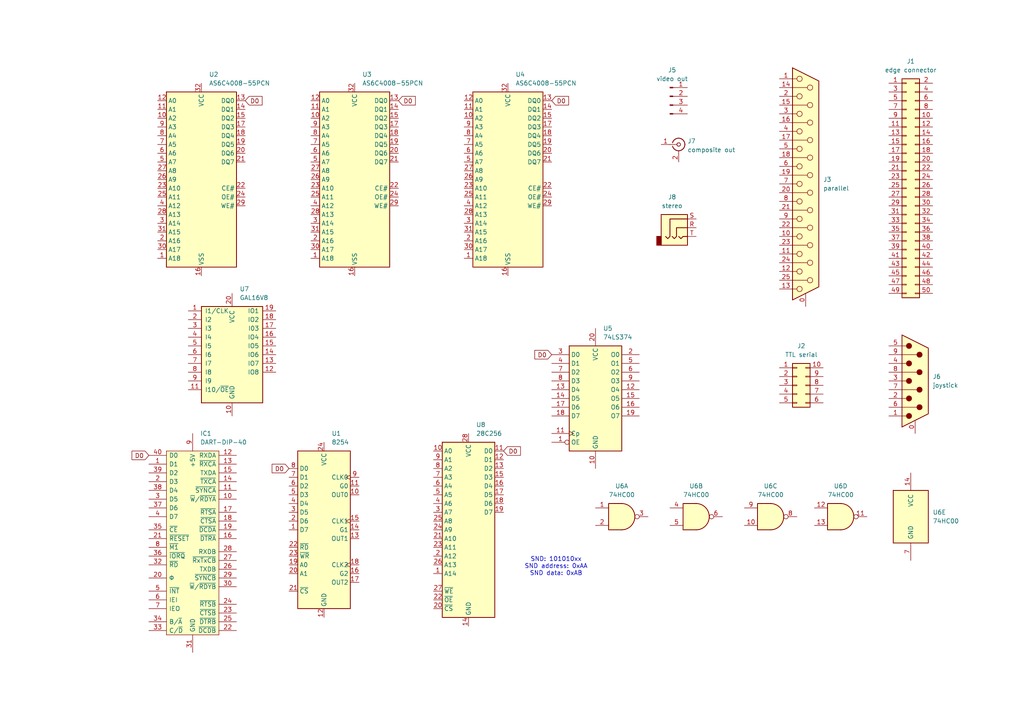
<source format=kicad_sch>
(kicad_sch (version 20231120) (generator "eeschema") (generator_version "8.0")
  (paper "A4")
  (lib_symbols
    (symbol "74xx:74HC00" (pin_names (offset 1.016))
      (property "Reference" "U" (at 0 1.27 0))
      (property "Value" "74HC00" (at 0 -1.27 0))
      (symbol "74HC00_1_1"
        (arc (start 0 -3.81) (mid 3.7934 0) (end 0 3.81) (stroke (width 0.254)) (fill (type background)))
        (polyline (pts (xy 0 3.81) (xy -3.81 3.81) (xy -3.81 -3.81) (xy 0 -3.81)) (stroke (width 0.254)) (fill (type background)))
        (pin input line (at -7.62 2.54 0) (length 3.81) (name "~") (number "1"))
        (pin input line (at -7.62 -2.54 0) (length 3.81) (name "~") (number "2"))
        (pin output inverted (at 7.62 0 180) (length 3.81) (name "~") (number "3"))
      )
      (symbol "74HC00_1_2"
        (arc (start -3.81 -3.81) (mid -2.589 0) (end -3.81 3.81) (stroke (width 0.254)))
        (arc (start -0.6096 -3.81) (mid 2.1842 -2.5851) (end 3.81 0) (stroke (width 0.254)) (fill (type background)))
        (polyline (pts (xy -3.81 -3.81) (xy -0.635 -3.81)) (stroke (width 0.254)) (fill (type background)))
        (polyline (pts (xy -3.81 3.81) (xy -0.635 3.81)) (stroke (width 0.254)) (fill (type background)))
        (polyline (pts (xy -0.635 3.81) (xy -3.81 3.81) (xy -3.81 3.81) (xy -3.556 3.4036) (xy -3.0226 2.2606) (xy -2.6924 1.0414) (xy -2.6162 -0.254) (xy -2.7686 -1.4986) (xy -3.175 -2.7178) (xy -3.81 -3.81) (xy -3.81 -3.81) (xy -0.635 -3.81)) (stroke (width -25.4)) (fill (type background)))
        (arc (start 3.81 0) (mid 2.1915 2.5936) (end -0.6096 3.81) (stroke (width 0.254)) (fill (type background)))
        (pin input inverted (at -7.62 2.54 0) (length 4.318) (name "~") (number "1"))
        (pin input inverted (at -7.62 -2.54 0) (length 4.318) (name "~") (number "2"))
        (pin output line (at 7.62 0 180) (length 3.81) (name "~") (number "3"))
      )
      (symbol "74HC00_2_1"
        (arc (start 0 -3.81) (mid 3.7934 0) (end 0 3.81) (stroke (width 0.254)) (fill (type background)))
        (polyline (pts (xy 0 3.81) (xy -3.81 3.81) (xy -3.81 -3.81) (xy 0 -3.81)) (stroke (width 0.254)) (fill (type background)))
        (pin input line (at -7.62 2.54 0) (length 3.81) (name "~") (number "4"))
        (pin input line (at -7.62 -2.54 0) (length 3.81) (name "~") (number "5"))
        (pin output inverted (at 7.62 0 180) (length 3.81) (name "~") (number "6"))
      )
      (symbol "74HC00_2_2"
        (arc (start -3.81 -3.81) (mid -2.589 0) (end -3.81 3.81) (stroke (width 0.254)))
        (arc (start -0.6096 -3.81) (mid 2.1842 -2.5851) (end 3.81 0) (stroke (width 0.254)) (fill (type background)))
        (polyline (pts (xy -3.81 -3.81) (xy -0.635 -3.81)) (stroke (width 0.254)) (fill (type background)))
        (polyline (pts (xy -3.81 3.81) (xy -0.635 3.81)) (stroke (width 0.254)) (fill (type background)))
        (polyline (pts (xy -0.635 3.81) (xy -3.81 3.81) (xy -3.81 3.81) (xy -3.556 3.4036) (xy -3.0226 2.2606) (xy -2.6924 1.0414) (xy -2.6162 -0.254) (xy -2.7686 -1.4986) (xy -3.175 -2.7178) (xy -3.81 -3.81) (xy -3.81 -3.81) (xy -0.635 -3.81)) (stroke (width -25.4)) (fill (type background)))
        (arc (start 3.81 0) (mid 2.1915 2.5936) (end -0.6096 3.81) (stroke (width 0.254)) (fill (type background)))
        (pin input inverted (at -7.62 2.54 0) (length 4.318) (name "~") (number "4"))
        (pin input inverted (at -7.62 -2.54 0) (length 4.318) (name "~") (number "5"))
        (pin output line (at 7.62 0 180) (length 3.81) (name "~") (number "6"))
      )
      (symbol "74HC00_3_1"
        (arc (start 0 -3.81) (mid 3.7934 0) (end 0 3.81) (stroke (width 0.254)) (fill (type background)))
        (polyline (pts (xy 0 3.81) (xy -3.81 3.81) (xy -3.81 -3.81) (xy 0 -3.81)) (stroke (width 0.254)) (fill (type background)))
        (pin input line (at -7.62 -2.54 0) (length 3.81) (name "~") (number "10"))
        (pin output inverted (at 7.62 0 180) (length 3.81) (name "~") (number "8"))
        (pin input line (at -7.62 2.54 0) (length 3.81) (name "~") (number "9"))
      )
      (symbol "74HC00_3_2"
        (arc (start -3.81 -3.81) (mid -2.589 0) (end -3.81 3.81) (stroke (width 0.254)))
        (arc (start -0.6096 -3.81) (mid 2.1842 -2.5851) (end 3.81 0) (stroke (width 0.254)) (fill (type background)))
        (polyline (pts (xy -3.81 -3.81) (xy -0.635 -3.81)) (stroke (width 0.254)) (fill (type background)))
        (polyline (pts (xy -3.81 3.81) (xy -0.635 3.81)) (stroke (width 0.254)) (fill (type background)))
        (polyline (pts (xy -0.635 3.81) (xy -3.81 3.81) (xy -3.81 3.81) (xy -3.556 3.4036) (xy -3.0226 2.2606) (xy -2.6924 1.0414) (xy -2.6162 -0.254) (xy -2.7686 -1.4986) (xy -3.175 -2.7178) (xy -3.81 -3.81) (xy -3.81 -3.81) (xy -0.635 -3.81)) (stroke (width -25.4)) (fill (type background)))
        (arc (start 3.81 0) (mid 2.1915 2.5936) (end -0.6096 3.81) (stroke (width 0.254)) (fill (type background)))
        (pin input inverted (at -7.62 -2.54 0) (length 4.318) (name "~") (number "10"))
        (pin output line (at 7.62 0 180) (length 3.81) (name "~") (number "8"))
        (pin input inverted (at -7.62 2.54 0) (length 4.318) (name "~") (number "9"))
      )
      (symbol "74HC00_4_1"
        (arc (start 0 -3.81) (mid 3.7934 0) (end 0 3.81) (stroke (width 0.254)) (fill (type background)))
        (polyline (pts (xy 0 3.81) (xy -3.81 3.81) (xy -3.81 -3.81) (xy 0 -3.81)) (stroke (width 0.254)) (fill (type background)))
        (pin output inverted (at 7.62 0 180) (length 3.81) (name "~") (number "11"))
        (pin input line (at -7.62 2.54 0) (length 3.81) (name "~") (number "12"))
        (pin input line (at -7.62 -2.54 0) (length 3.81) (name "~") (number "13"))
      )
      (symbol "74HC00_4_2"
        (arc (start -3.81 -3.81) (mid -2.589 0) (end -3.81 3.81) (stroke (width 0.254)))
        (arc (start -0.6096 -3.81) (mid 2.1842 -2.5851) (end 3.81 0) (stroke (width 0.254)) (fill (type background)))
        (polyline (pts (xy -3.81 -3.81) (xy -0.635 -3.81)) (stroke (width 0.254)) (fill (type background)))
        (polyline (pts (xy -3.81 3.81) (xy -0.635 3.81)) (stroke (width 0.254)) (fill (type background)))
        (polyline (pts (xy -0.635 3.81) (xy -3.81 3.81) (xy -3.81 3.81) (xy -3.556 3.4036) (xy -3.0226 2.2606) (xy -2.6924 1.0414) (xy -2.6162 -0.254) (xy -2.7686 -1.4986) (xy -3.175 -2.7178) (xy -3.81 -3.81) (xy -3.81 -3.81) (xy -0.635 -3.81)) (stroke (width -25.4)) (fill (type background)))
        (arc (start 3.81 0) (mid 2.1915 2.5936) (end -0.6096 3.81) (stroke (width 0.254)) (fill (type background)))
        (pin output line (at 7.62 0 180) (length 3.81) (name "~") (number "11"))
        (pin input inverted (at -7.62 2.54 0) (length 4.318) (name "~") (number "12"))
        (pin input inverted (at -7.62 -2.54 0) (length 4.318) (name "~") (number "13"))
      )
      (symbol "74HC00_5_0"
        (pin power_in line (at 0 12.7 270) (length 5.08) (name "VCC") (number "14"))
        (pin power_in line (at 0 -12.7 90) (length 5.08) (name "GND") (number "7"))
      )
      (symbol "74HC00_5_1"
        (rectangle (start -5.08 7.62) (end 5.08 -7.62) (stroke (width 0.254)) (fill (type background)))
      )
    )
    (symbol "74xx:74LS374"
      (property "Reference" "U" (at -7.62 16.51 0))
      (property "Value" "74LS374" (at -7.62 -16.51 0))
      (symbol "74LS374_1_0"
        (pin input inverted (at -12.7 -12.7 0) (length 5.08) (name "OE") (number "1"))
        (pin power_in line (at 0 -20.32 90) (length 5.08) (name "GND") (number "10"))
        (pin input clock (at -12.7 -10.16 0) (length 5.08) (name "Cp") (number "11"))
        (pin tri_state line (at 12.7 2.54 180) (length 5.08) (name "O4") (number "12"))
        (pin input line (at -12.7 2.54 0) (length 5.08) (name "D4") (number "13"))
        (pin input line (at -12.7 0 0) (length 5.08) (name "D5") (number "14"))
        (pin tri_state line (at 12.7 0 180) (length 5.08) (name "O5") (number "15"))
        (pin tri_state line (at 12.7 -2.54 180) (length 5.08) (name "O6") (number "16"))
        (pin input line (at -12.7 -2.54 0) (length 5.08) (name "D6") (number "17"))
        (pin input line (at -12.7 -5.08 0) (length 5.08) (name "D7") (number "18"))
        (pin tri_state line (at 12.7 -5.08 180) (length 5.08) (name "O7") (number "19"))
        (pin tri_state line (at 12.7 12.7 180) (length 5.08) (name "O0") (number "2"))
        (pin power_in line (at 0 20.32 270) (length 5.08) (name "VCC") (number "20"))
        (pin input line (at -12.7 12.7 0) (length 5.08) (name "D0") (number "3"))
        (pin input line (at -12.7 10.16 0) (length 5.08) (name "D1") (number "4"))
        (pin tri_state line (at 12.7 10.16 180) (length 5.08) (name "O1") (number "5"))
        (pin tri_state line (at 12.7 7.62 180) (length 5.08) (name "O2") (number "6"))
        (pin input line (at -12.7 7.62 0) (length 5.08) (name "D2") (number "7"))
        (pin input line (at -12.7 5.08 0) (length 5.08) (name "D3") (number "8"))
        (pin tri_state line (at 12.7 5.08 180) (length 5.08) (name "O3") (number "9"))
      )
      (symbol "74LS374_1_1"
        (rectangle (start -7.62 15.24) (end 7.62 -15.24) (stroke (width 0.254)) (fill (type background)))
      )
    )
    (symbol "Connector:Conn_01x04_Pin" (pin_names (offset 1.016) hide)
      (property "Reference" "J" (at 0 5.08 0))
      (property "Value" "Conn_01x04_Pin" (at 0 -7.62 0))
      (symbol "Conn_01x04_Pin_1_1"
        (polyline (pts (xy 1.27 -5.08) (xy 0.8636 -5.08)) (stroke (width 0.1524)))
        (polyline (pts (xy 1.27 -2.54) (xy 0.8636 -2.54)) (stroke (width 0.1524)))
        (polyline (pts (xy 1.27 0) (xy 0.8636 0)) (stroke (width 0.1524)))
        (polyline (pts (xy 1.27 2.54) (xy 0.8636 2.54)) (stroke (width 0.1524)))
        (rectangle (start 0.8636 -4.953) (end 0 -5.207) (stroke (width 0.1524)) (fill (type outline)))
        (rectangle (start 0.8636 -2.413) (end 0 -2.667) (stroke (width 0.1524)) (fill (type outline)))
        (rectangle (start 0.8636 0.127) (end 0 -0.127) (stroke (width 0.1524)) (fill (type outline)))
        (rectangle (start 0.8636 2.667) (end 0 2.413) (stroke (width 0.1524)) (fill (type outline)))
        (pin passive line (at 5.08 2.54 180) (length 3.81) (name "Pin_1") (number "1"))
        (pin passive line (at 5.08 0 180) (length 3.81) (name "Pin_2") (number "2"))
        (pin passive line (at 5.08 -2.54 180) (length 3.81) (name "Pin_3") (number "3"))
        (pin passive line (at 5.08 -5.08 180) (length 3.81) (name "Pin_4") (number "4"))
      )
    )
    (symbol "Connector:Conn_Coaxial" (pin_names (offset 1.016) hide)
      (property "Reference" "J" (at 0.254 3.048 0))
      (property "Value" "Conn_Coaxial" (at 2.921 0 90))
      (symbol "Conn_Coaxial_0_1"
        (arc (start -1.778 -0.508) (mid 0.2311 -1.8066) (end 1.778 0) (stroke (width 0.254)))
        (polyline (pts (xy -2.54 0) (xy -0.508 0)))
        (polyline (pts (xy 0 -2.54) (xy 0 -1.778)))
        (circle (center 0 0) (radius 0.508) (stroke (width 0.2032)))
        (arc (start 1.778 0) (mid 0.2099 1.8101) (end -1.778 0.508) (stroke (width 0.254)))
      )
      (symbol "Conn_Coaxial_1_1"
        (pin passive line (at -5.08 0 0) (length 2.54) (name "In") (number "1"))
        (pin passive line (at 0 -5.08 90) (length 2.54) (name "Ext") (number "2"))
      )
    )
    (symbol "Connector:DB25_Receptacle_MountingHoles" (pin_names (offset 1.016) hide)
      (property "Reference" "J" (at 0 36.83 0))
      (property "Value" "DB25_Receptacle_MountingHoles" (at 0 34.925 0))
      (symbol "DB25_Receptacle_MountingHoles_0_1"
        (circle (center -1.778 -30.48) (radius 0.762))
        (circle (center -1.778 -25.4) (radius 0.762))
        (circle (center -1.778 -20.32) (radius 0.762))
        (circle (center -1.778 -15.24) (radius 0.762))
        (circle (center -1.778 -10.16) (radius 0.762))
        (circle (center -1.778 -5.08) (radius 0.762))
        (circle (center -1.778 0) (radius 0.762))
        (circle (center -1.778 5.08) (radius 0.762))
        (circle (center -1.778 10.16) (radius 0.762))
        (circle (center -1.778 15.24) (radius 0.762))
        (circle (center -1.778 20.32) (radius 0.762))
        (circle (center -1.778 25.4) (radius 0.762))
        (circle (center -1.778 30.48) (radius 0.762))
        (polyline (pts (xy -3.81 -30.48) (xy -2.54 -30.48)))
        (polyline (pts (xy -3.81 -27.94) (xy 0.508 -27.94)))
        (polyline (pts (xy -3.81 -25.4) (xy -2.54 -25.4)))
        (polyline (pts (xy -3.81 -22.86) (xy 0.508 -22.86)))
        (polyline (pts (xy -3.81 -20.32) (xy -2.54 -20.32)))
        (polyline (pts (xy -3.81 -17.78) (xy 0.508 -17.78)))
        (polyline (pts (xy -3.81 -15.24) (xy -2.54 -15.24)))
        (polyline (pts (xy -3.81 -12.7) (xy 0.508 -12.7)))
        (polyline (pts (xy -3.81 -10.16) (xy -2.54 -10.16)))
        (polyline (pts (xy -3.81 -7.62) (xy 0.508 -7.62)))
        (polyline (pts (xy -3.81 -5.08) (xy -2.54 -5.08)))
        (polyline (pts (xy -3.81 -2.54) (xy 0.508 -2.54)))
        (polyline (pts (xy -3.81 0) (xy -2.54 0)))
        (polyline (pts (xy -3.81 2.54) (xy 0.508 2.54)))
        (polyline (pts (xy -3.81 5.08) (xy -2.54 5.08)))
        (polyline (pts (xy -3.81 7.62) (xy 0.508 7.62)))
        (polyline (pts (xy -3.81 10.16) (xy -2.54 10.16)))
        (polyline (pts (xy -3.81 12.7) (xy 0.508 12.7)))
        (polyline (pts (xy -3.81 15.24) (xy -2.54 15.24)))
        (polyline (pts (xy -3.81 17.78) (xy 0.508 17.78)))
        (polyline (pts (xy -3.81 20.32) (xy -2.54 20.32)))
        (polyline (pts (xy -3.81 22.86) (xy 0.508 22.86)))
        (polyline (pts (xy -3.81 25.4) (xy -2.54 25.4)))
        (polyline (pts (xy -3.81 27.94) (xy 0.508 27.94)))
        (polyline (pts (xy -3.81 30.48) (xy -2.54 30.48)))
        (polyline (pts (xy -3.81 33.655) (xy 3.81 29.845) (xy 3.81 -29.845) (xy -3.81 -33.655) (xy -3.81 33.655)) (stroke (width 0.254)) (fill (type background)))
        (circle (center 1.27 -27.94) (radius 0.762))
        (circle (center 1.27 -22.86) (radius 0.762))
        (circle (center 1.27 -17.78) (radius 0.762))
        (circle (center 1.27 -12.7) (radius 0.762))
        (circle (center 1.27 -7.62) (radius 0.762))
        (circle (center 1.27 -2.54) (radius 0.762))
        (circle (center 1.27 2.54) (radius 0.762))
        (circle (center 1.27 7.62) (radius 0.762))
        (circle (center 1.27 12.7) (radius 0.762))
        (circle (center 1.27 17.78) (radius 0.762))
        (circle (center 1.27 22.86) (radius 0.762))
        (circle (center 1.27 27.94) (radius 0.762))
      )
      (symbol "DB25_Receptacle_MountingHoles_1_1"
        (pin passive line (at 0 -35.56 90) (length 3.81) (name "PAD") (number "0"))
        (pin passive line (at -7.62 30.48 0) (length 3.81) (name "1") (number "1"))
        (pin passive line (at -7.62 -15.24 0) (length 3.81) (name "10") (number "10"))
        (pin passive line (at -7.62 -20.32 0) (length 3.81) (name "11") (number "11"))
        (pin passive line (at -7.62 -25.4 0) (length 3.81) (name "12") (number "12"))
        (pin passive line (at -7.62 -30.48 0) (length 3.81) (name "13") (number "13"))
        (pin passive line (at -7.62 27.94 0) (length 3.81) (name "P14") (number "14"))
        (pin passive line (at -7.62 22.86 0) (length 3.81) (name "P15") (number "15"))
        (pin passive line (at -7.62 17.78 0) (length 3.81) (name "P16") (number "16"))
        (pin passive line (at -7.62 12.7 0) (length 3.81) (name "P17") (number "17"))
        (pin passive line (at -7.62 7.62 0) (length 3.81) (name "P18") (number "18"))
        (pin passive line (at -7.62 2.54 0) (length 3.81) (name "P19") (number "19"))
        (pin passive line (at -7.62 25.4 0) (length 3.81) (name "2") (number "2"))
        (pin passive line (at -7.62 -2.54 0) (length 3.81) (name "P20") (number "20"))
        (pin passive line (at -7.62 -7.62 0) (length 3.81) (name "P21") (number "21"))
        (pin passive line (at -7.62 -12.7 0) (length 3.81) (name "P22") (number "22"))
        (pin passive line (at -7.62 -17.78 0) (length 3.81) (name "P23") (number "23"))
        (pin passive line (at -7.62 -22.86 0) (length 3.81) (name "P24") (number "24"))
        (pin passive line (at -7.62 -27.94 0) (length 3.81) (name "P25") (number "25"))
        (pin passive line (at -7.62 20.32 0) (length 3.81) (name "3") (number "3"))
        (pin passive line (at -7.62 15.24 0) (length 3.81) (name "4") (number "4"))
        (pin passive line (at -7.62 10.16 0) (length 3.81) (name "5") (number "5"))
        (pin passive line (at -7.62 5.08 0) (length 3.81) (name "6") (number "6"))
        (pin passive line (at -7.62 0 0) (length 3.81) (name "7") (number "7"))
        (pin passive line (at -7.62 -5.08 0) (length 3.81) (name "8") (number "8"))
        (pin passive line (at -7.62 -10.16 0) (length 3.81) (name "9") (number "9"))
      )
    )
    (symbol "Connector:DE9_Plug_MountingHoles" (pin_names (offset 1.016) hide)
      (property "Reference" "J" (at 0 16.51 0))
      (property "Value" "DE9_Plug_MountingHoles" (at 0 14.605 0))
      (symbol "DE9_Plug_MountingHoles_0_1"
        (circle (center -1.778 -10.16) (radius 0.762) (fill (type outline)))
        (circle (center -1.778 -5.08) (radius 0.762) (fill (type outline)))
        (circle (center -1.778 0) (radius 0.762) (fill (type outline)))
        (circle (center -1.778 5.08) (radius 0.762) (fill (type outline)))
        (circle (center -1.778 10.16) (radius 0.762) (fill (type outline)))
        (polyline (pts (xy -3.81 -10.16) (xy -2.54 -10.16)))
        (polyline (pts (xy -3.81 -7.62) (xy 0.508 -7.62)))
        (polyline (pts (xy -3.81 -5.08) (xy -2.54 -5.08)))
        (polyline (pts (xy -3.81 -2.54) (xy 0.508 -2.54)))
        (polyline (pts (xy -3.81 0) (xy -2.54 0)))
        (polyline (pts (xy -3.81 2.54) (xy 0.508 2.54)))
        (polyline (pts (xy -3.81 5.08) (xy -2.54 5.08)))
        (polyline (pts (xy -3.81 7.62) (xy 0.508 7.62)))
        (polyline (pts (xy -3.81 10.16) (xy -2.54 10.16)))
        (polyline (pts (xy -3.81 -13.335) (xy -3.81 13.335) (xy 3.81 9.525) (xy 3.81 -9.525) (xy -3.81 -13.335)) (stroke (width 0.254)) (fill (type background)))
        (circle (center 1.27 -7.62) (radius 0.762) (fill (type outline)))
        (circle (center 1.27 -2.54) (radius 0.762) (fill (type outline)))
        (circle (center 1.27 2.54) (radius 0.762) (fill (type outline)))
        (circle (center 1.27 7.62) (radius 0.762) (fill (type outline)))
      )
      (symbol "DE9_Plug_MountingHoles_1_1"
        (pin passive line (at 0 -15.24 90) (length 3.81) (name "PAD") (number "0"))
        (pin passive line (at -7.62 -10.16 0) (length 3.81) (name "1") (number "1"))
        (pin passive line (at -7.62 -5.08 0) (length 3.81) (name "2") (number "2"))
        (pin passive line (at -7.62 0 0) (length 3.81) (name "3") (number "3"))
        (pin passive line (at -7.62 5.08 0) (length 3.81) (name "4") (number "4"))
        (pin passive line (at -7.62 10.16 0) (length 3.81) (name "5") (number "5"))
        (pin passive line (at -7.62 -7.62 0) (length 3.81) (name "6") (number "6"))
        (pin passive line (at -7.62 -2.54 0) (length 3.81) (name "7") (number "7"))
        (pin passive line (at -7.62 2.54 0) (length 3.81) (name "8") (number "8"))
        (pin passive line (at -7.62 7.62 0) (length 3.81) (name "9") (number "9"))
      )
    )
    (symbol "Connector_Audio:AudioJack3"
      (property "Reference" "J" (at 0 8.89 0))
      (property "Value" "AudioJack3" (at 0 6.35 0))
      (symbol "AudioJack3_0_1"
        (rectangle (start -5.08 -5.08) (end -6.35 -2.54) (stroke (width 0.254)) (fill (type outline)))
        (polyline (pts (xy 0 -2.54) (xy 0.635 -3.175) (xy 1.27 -2.54) (xy 2.54 -2.54)) (stroke (width 0.254)))
        (polyline (pts (xy -1.905 -2.54) (xy -1.27 -3.175) (xy -0.635 -2.54) (xy -0.635 0) (xy 2.54 0)) (stroke (width 0.254)))
        (polyline (pts (xy 2.54 2.54) (xy -2.54 2.54) (xy -2.54 -2.54) (xy -3.175 -3.175) (xy -3.81 -2.54)) (stroke (width 0.254)))
        (rectangle (start 2.54 3.81) (end -5.08 -5.08) (stroke (width 0.254)) (fill (type background)))
      )
      (symbol "AudioJack3_1_1"
        (pin passive line (at 5.08 0 180) (length 2.54) (name "~") (number "R"))
        (pin passive line (at 5.08 2.54 180) (length 2.54) (name "~") (number "S"))
        (pin passive line (at 5.08 -2.54 180) (length 2.54) (name "~") (number "T"))
      )
    )
    (symbol "Connector_Generic:Conn_02x05_Counter_Clockwise" (pin_names (offset 1.016) hide)
      (property "Reference" "J" (at 1.27 7.62 0))
      (property "Value" "Conn_02x05_Counter_Clockwise" (at 1.27 -7.62 0))
      (symbol "Conn_02x05_Counter_Clockwise_1_1"
        (rectangle (start -1.27 -4.953) (end 0 -5.207) (stroke (width 0.1524)))
        (rectangle (start -1.27 -2.413) (end 0 -2.667) (stroke (width 0.1524)))
        (rectangle (start -1.27 0.127) (end 0 -0.127) (stroke (width 0.1524)))
        (rectangle (start -1.27 2.667) (end 0 2.413) (stroke (width 0.1524)))
        (rectangle (start -1.27 5.207) (end 0 4.953) (stroke (width 0.1524)))
        (rectangle (start -1.27 6.35) (end 3.81 -6.35) (stroke (width 0.254)) (fill (type background)))
        (rectangle (start 3.81 -4.953) (end 2.54 -5.207) (stroke (width 0.1524)))
        (rectangle (start 3.81 -2.413) (end 2.54 -2.667) (stroke (width 0.1524)))
        (rectangle (start 3.81 0.127) (end 2.54 -0.127) (stroke (width 0.1524)))
        (rectangle (start 3.81 2.667) (end 2.54 2.413) (stroke (width 0.1524)))
        (rectangle (start 3.81 5.207) (end 2.54 4.953) (stroke (width 0.1524)))
        (pin passive line (at -5.08 5.08 0) (length 3.81) (name "Pin_1") (number "1"))
        (pin passive line (at 7.62 5.08 180) (length 3.81) (name "Pin_10") (number "10"))
        (pin passive line (at -5.08 2.54 0) (length 3.81) (name "Pin_2") (number "2"))
        (pin passive line (at -5.08 0 0) (length 3.81) (name "Pin_3") (number "3"))
        (pin passive line (at -5.08 -2.54 0) (length 3.81) (name "Pin_4") (number "4"))
        (pin passive line (at -5.08 -5.08 0) (length 3.81) (name "Pin_5") (number "5"))
        (pin passive line (at 7.62 -5.08 180) (length 3.81) (name "Pin_6") (number "6"))
        (pin passive line (at 7.62 -2.54 180) (length 3.81) (name "Pin_7") (number "7"))
        (pin passive line (at 7.62 0 180) (length 3.81) (name "Pin_8") (number "8"))
        (pin passive line (at 7.62 2.54 180) (length 3.81) (name "Pin_9") (number "9"))
      )
    )
    (symbol "Connector_Generic:Conn_02x25_Odd_Even" (pin_names (offset 1.016) hide)
      (property "Reference" "J" (at 1.27 33.02 0))
      (property "Value" "Conn_02x25_Odd_Even" (at 1.27 -33.02 0))
      (symbol "Conn_02x25_Odd_Even_1_1"
        (rectangle (start -1.27 -30.353) (end 0 -30.607) (stroke (width 0.1524)))
        (rectangle (start -1.27 -27.813) (end 0 -28.067) (stroke (width 0.1524)))
        (rectangle (start -1.27 -25.273) (end 0 -25.527) (stroke (width 0.1524)))
        (rectangle (start -1.27 -22.733) (end 0 -22.987) (stroke (width 0.1524)))
        (rectangle (start -1.27 -20.193) (end 0 -20.447) (stroke (width 0.1524)))
        (rectangle (start -1.27 -17.653) (end 0 -17.907) (stroke (width 0.1524)))
        (rectangle (start -1.27 -15.113) (end 0 -15.367) (stroke (width 0.1524)))
        (rectangle (start -1.27 -12.573) (end 0 -12.827) (stroke (width 0.1524)))
        (rectangle (start -1.27 -10.033) (end 0 -10.287) (stroke (width 0.1524)))
        (rectangle (start -1.27 -7.493) (end 0 -7.747) (stroke (width 0.1524)))
        (rectangle (start -1.27 -4.953) (end 0 -5.207) (stroke (width 0.1524)))
        (rectangle (start -1.27 -2.413) (end 0 -2.667) (stroke (width 0.1524)))
        (rectangle (start -1.27 0.127) (end 0 -0.127) (stroke (width 0.1524)))
        (rectangle (start -1.27 2.667) (end 0 2.413) (stroke (width 0.1524)))
        (rectangle (start -1.27 5.207) (end 0 4.953) (stroke (width 0.1524)))
        (rectangle (start -1.27 7.747) (end 0 7.493) (stroke (width 0.1524)))
        (rectangle (start -1.27 10.287) (end 0 10.033) (stroke (width 0.1524)))
        (rectangle (start -1.27 12.827) (end 0 12.573) (stroke (width 0.1524)))
        (rectangle (start -1.27 15.367) (end 0 15.113) (stroke (width 0.1524)))
        (rectangle (start -1.27 17.907) (end 0 17.653) (stroke (width 0.1524)))
        (rectangle (start -1.27 20.447) (end 0 20.193) (stroke (width 0.1524)))
        (rectangle (start -1.27 22.987) (end 0 22.733) (stroke (width 0.1524)))
        (rectangle (start -1.27 25.527) (end 0 25.273) (stroke (width 0.1524)))
        (rectangle (start -1.27 28.067) (end 0 27.813) (stroke (width 0.1524)))
        (rectangle (start -1.27 30.607) (end 0 30.353) (stroke (width 0.1524)))
        (rectangle (start -1.27 31.75) (end 3.81 -31.75) (stroke (width 0.254)) (fill (type background)))
        (rectangle (start 3.81 -30.353) (end 2.54 -30.607) (stroke (width 0.1524)))
        (rectangle (start 3.81 -27.813) (end 2.54 -28.067) (stroke (width 0.1524)))
        (rectangle (start 3.81 -25.273) (end 2.54 -25.527) (stroke (width 0.1524)))
        (rectangle (start 3.81 -22.733) (end 2.54 -22.987) (stroke (width 0.1524)))
        (rectangle (start 3.81 -20.193) (end 2.54 -20.447) (stroke (width 0.1524)))
        (rectangle (start 3.81 -17.653) (end 2.54 -17.907) (stroke (width 0.1524)))
        (rectangle (start 3.81 -15.113) (end 2.54 -15.367) (stroke (width 0.1524)))
        (rectangle (start 3.81 -12.573) (end 2.54 -12.827) (stroke (width 0.1524)))
        (rectangle (start 3.81 -10.033) (end 2.54 -10.287) (stroke (width 0.1524)))
        (rectangle (start 3.81 -7.493) (end 2.54 -7.747) (stroke (width 0.1524)))
        (rectangle (start 3.81 -4.953) (end 2.54 -5.207) (stroke (width 0.1524)))
        (rectangle (start 3.81 -2.413) (end 2.54 -2.667) (stroke (width 0.1524)))
        (rectangle (start 3.81 0.127) (end 2.54 -0.127) (stroke (width 0.1524)))
        (rectangle (start 3.81 2.667) (end 2.54 2.413) (stroke (width 0.1524)))
        (rectangle (start 3.81 5.207) (end 2.54 4.953) (stroke (width 0.1524)))
        (rectangle (start 3.81 7.747) (end 2.54 7.493) (stroke (width 0.1524)))
        (rectangle (start 3.81 10.287) (end 2.54 10.033) (stroke (width 0.1524)))
        (rectangle (start 3.81 12.827) (end 2.54 12.573) (stroke (width 0.1524)))
        (rectangle (start 3.81 15.367) (end 2.54 15.113) (stroke (width 0.1524)))
        (rectangle (start 3.81 17.907) (end 2.54 17.653) (stroke (width 0.1524)))
        (rectangle (start 3.81 20.447) (end 2.54 20.193) (stroke (width 0.1524)))
        (rectangle (start 3.81 22.987) (end 2.54 22.733) (stroke (width 0.1524)))
        (rectangle (start 3.81 25.527) (end 2.54 25.273) (stroke (width 0.1524)))
        (rectangle (start 3.81 28.067) (end 2.54 27.813) (stroke (width 0.1524)))
        (rectangle (start 3.81 30.607) (end 2.54 30.353) (stroke (width 0.1524)))
        (pin passive line (at -5.08 30.48 0) (length 3.81) (name "Pin_1") (number "1"))
        (pin passive line (at 7.62 20.32 180) (length 3.81) (name "Pin_10") (number "10"))
        (pin passive line (at -5.08 17.78 0) (length 3.81) (name "Pin_11") (number "11"))
        (pin passive line (at 7.62 17.78 180) (length 3.81) (name "Pin_12") (number "12"))
        (pin passive line (at -5.08 15.24 0) (length 3.81) (name "Pin_13") (number "13"))
        (pin passive line (at 7.62 15.24 180) (length 3.81) (name "Pin_14") (number "14"))
        (pin passive line (at -5.08 12.7 0) (length 3.81) (name "Pin_15") (number "15"))
        (pin passive line (at 7.62 12.7 180) (length 3.81) (name "Pin_16") (number "16"))
        (pin passive line (at -5.08 10.16 0) (length 3.81) (name "Pin_17") (number "17"))
        (pin passive line (at 7.62 10.16 180) (length 3.81) (name "Pin_18") (number "18"))
        (pin passive line (at -5.08 7.62 0) (length 3.81) (name "Pin_19") (number "19"))
        (pin passive line (at 7.62 30.48 180) (length 3.81) (name "Pin_2") (number "2"))
        (pin passive line (at 7.62 7.62 180) (length 3.81) (name "Pin_20") (number "20"))
        (pin passive line (at -5.08 5.08 0) (length 3.81) (name "Pin_21") (number "21"))
        (pin passive line (at 7.62 5.08 180) (length 3.81) (name "Pin_22") (number "22"))
        (pin passive line (at -5.08 2.54 0) (length 3.81) (name "Pin_23") (number "23"))
        (pin passive line (at 7.62 2.54 180) (length 3.81) (name "Pin_24") (number "24"))
        (pin passive line (at -5.08 0 0) (length 3.81) (name "Pin_25") (number "25"))
        (pin passive line (at 7.62 0 180) (length 3.81) (name "Pin_26") (number "26"))
        (pin passive line (at -5.08 -2.54 0) (length 3.81) (name "Pin_27") (number "27"))
        (pin passive line (at 7.62 -2.54 180) (length 3.81) (name "Pin_28") (number "28"))
        (pin passive line (at -5.08 -5.08 0) (length 3.81) (name "Pin_29") (number "29"))
        (pin passive line (at -5.08 27.94 0) (length 3.81) (name "Pin_3") (number "3"))
        (pin passive line (at 7.62 -5.08 180) (length 3.81) (name "Pin_30") (number "30"))
        (pin passive line (at -5.08 -7.62 0) (length 3.81) (name "Pin_31") (number "31"))
        (pin passive line (at 7.62 -7.62 180) (length 3.81) (name "Pin_32") (number "32"))
        (pin passive line (at -5.08 -10.16 0) (length 3.81) (name "Pin_33") (number "33"))
        (pin passive line (at 7.62 -10.16 180) (length 3.81) (name "Pin_34") (number "34"))
        (pin passive line (at -5.08 -12.7 0) (length 3.81) (name "Pin_35") (number "35"))
        (pin passive line (at 7.62 -12.7 180) (length 3.81) (name "Pin_36") (number "36"))
        (pin passive line (at -5.08 -15.24 0) (length 3.81) (name "Pin_37") (number "37"))
        (pin passive line (at 7.62 -15.24 180) (length 3.81) (name "Pin_38") (number "38"))
        (pin passive line (at -5.08 -17.78 0) (length 3.81) (name "Pin_39") (number "39"))
        (pin passive line (at 7.62 27.94 180) (length 3.81) (name "Pin_4") (number "4"))
        (pin passive line (at 7.62 -17.78 180) (length 3.81) (name "Pin_40") (number "40"))
        (pin passive line (at -5.08 -20.32 0) (length 3.81) (name "Pin_41") (number "41"))
        (pin passive line (at 7.62 -20.32 180) (length 3.81) (name "Pin_42") (number "42"))
        (pin passive line (at -5.08 -22.86 0) (length 3.81) (name "Pin_43") (number "43"))
        (pin passive line (at 7.62 -22.86 180) (length 3.81) (name "Pin_44") (number "44"))
        (pin passive line (at -5.08 -25.4 0) (length 3.81) (name "Pin_45") (number "45"))
        (pin passive line (at 7.62 -25.4 180) (length 3.81) (name "Pin_46") (number "46"))
        (pin passive line (at -5.08 -27.94 0) (length 3.81) (name "Pin_47") (number "47"))
        (pin passive line (at 7.62 -27.94 180) (length 3.81) (name "Pin_48") (number "48"))
        (pin passive line (at -5.08 -30.48 0) (length 3.81) (name "Pin_49") (number "49"))
        (pin passive line (at -5.08 25.4 0) (length 3.81) (name "Pin_5") (number "5"))
        (pin passive line (at 7.62 -30.48 180) (length 3.81) (name "Pin_50") (number "50"))
        (pin passive line (at 7.62 25.4 180) (length 3.81) (name "Pin_6") (number "6"))
        (pin passive line (at -5.08 22.86 0) (length 3.81) (name "Pin_7") (number "7"))
        (pin passive line (at 7.62 22.86 180) (length 3.81) (name "Pin_8") (number "8"))
        (pin passive line (at -5.08 20.32 0) (length 3.81) (name "Pin_9") (number "9"))
      )
    )
    (symbol "Logic_Programmable:GAL16V8" (pin_names (offset 1.016))
      (property "Reference" "U" (at -8.89 16.51 0))
      (property "Value" "GAL16V8" (at 1.27 16.51 0))
      (symbol "GAL16V8_0_0"
        (pin power_in line (at 0 -17.78 90) (length 3.81) (name "GND") (number "10"))
        (pin power_in line (at 0 17.78 270) (length 3.81) (name "VCC") (number "20"))
      )
      (symbol "GAL16V8_0_1"
        (rectangle (start -8.89 13.97) (end 8.89 -13.97) (stroke (width 0.254)) (fill (type background)))
      )
      (symbol "GAL16V8_1_1"
        (pin input line (at -12.7 12.7 0) (length 3.81) (name "I1/CLK") (number "1"))
        (pin input line (at -12.7 -10.16 0) (length 3.81) (name "I10/~{OE}") (number "11"))
        (pin tri_state line (at 12.7 -5.08 180) (length 3.81) (name "IO8") (number "12"))
        (pin tri_state line (at 12.7 -2.54 180) (length 3.81) (name "IO7") (number "13"))
        (pin tri_state line (at 12.7 0 180) (length 3.81) (name "IO6") (number "14"))
        (pin tri_state line (at 12.7 2.54 180) (length 3.81) (name "IO5") (number "15"))
        (pin tri_state line (at 12.7 5.08 180) (length 3.81) (name "IO4") (number "16"))
        (pin tri_state line (at 12.7 7.62 180) (length 3.81) (name "I03") (number "17"))
        (pin tri_state line (at 12.7 10.16 180) (length 3.81) (name "IO2") (number "18"))
        (pin tri_state line (at 12.7 12.7 180) (length 3.81) (name "IO1") (number "19"))
        (pin input line (at -12.7 10.16 0) (length 3.81) (name "I2") (number "2"))
        (pin input line (at -12.7 7.62 0) (length 3.81) (name "I3") (number "3"))
        (pin input line (at -12.7 5.08 0) (length 3.81) (name "I4") (number "4"))
        (pin input line (at -12.7 2.54 0) (length 3.81) (name "I5") (number "5"))
        (pin input line (at -12.7 0 0) (length 3.81) (name "I6") (number "6"))
        (pin input line (at -12.7 -2.54 0) (length 3.81) (name "I7") (number "7"))
        (pin input line (at -12.7 -5.08 0) (length 3.81) (name "I8") (number "8"))
        (pin input line (at -12.7 -7.62 0) (length 3.81) (name "I9") (number "9"))
      )
    )
    (symbol "Memory_EEPROM:28C256"
      (property "Reference" "U" (at -7.62 26.67 0))
      (property "Value" "28C256" (at 2.54 -26.67 0))
      (symbol "28C256_1_1"
        (rectangle (start -7.62 25.4) (end 7.62 -25.4) (stroke (width 0.254)) (fill (type background)))
        (pin input line (at -10.16 -12.7 0) (length 2.54) (name "A14") (number "1"))
        (pin input line (at -10.16 22.86 0) (length 2.54) (name "A0") (number "10"))
        (pin tri_state line (at 10.16 22.86 180) (length 2.54) (name "D0") (number "11"))
        (pin tri_state line (at 10.16 20.32 180) (length 2.54) (name "D1") (number "12"))
        (pin tri_state line (at 10.16 17.78 180) (length 2.54) (name "D2") (number "13"))
        (pin power_in line (at 0 -27.94 90) (length 2.54) (name "GND") (number "14"))
        (pin tri_state line (at 10.16 15.24 180) (length 2.54) (name "D3") (number "15"))
        (pin tri_state line (at 10.16 12.7 180) (length 2.54) (name "D4") (number "16"))
        (pin tri_state line (at 10.16 10.16 180) (length 2.54) (name "D5") (number "17"))
        (pin tri_state line (at 10.16 7.62 180) (length 2.54) (name "D6") (number "18"))
        (pin tri_state line (at 10.16 5.08 180) (length 2.54) (name "D7") (number "19"))
        (pin input line (at -10.16 -7.62 0) (length 2.54) (name "A12") (number "2"))
        (pin input line (at -10.16 -22.86 0) (length 2.54) (name "~{CS}") (number "20"))
        (pin input line (at -10.16 -2.54 0) (length 2.54) (name "A10") (number "21"))
        (pin input line (at -10.16 -20.32 0) (length 2.54) (name "~{OE}") (number "22"))
        (pin input line (at -10.16 -5.08 0) (length 2.54) (name "A11") (number "23"))
        (pin input line (at -10.16 0 0) (length 2.54) (name "A9") (number "24"))
        (pin input line (at -10.16 2.54 0) (length 2.54) (name "A8") (number "25"))
        (pin input line (at -10.16 -10.16 0) (length 2.54) (name "A13") (number "26"))
        (pin input line (at -10.16 -17.78 0) (length 2.54) (name "~{WE}") (number "27"))
        (pin power_in line (at 0 27.94 270) (length 2.54) (name "VCC") (number "28"))
        (pin input line (at -10.16 5.08 0) (length 2.54) (name "A7") (number "3"))
        (pin input line (at -10.16 7.62 0) (length 2.54) (name "A6") (number "4"))
        (pin input line (at -10.16 10.16 0) (length 2.54) (name "A5") (number "5"))
        (pin input line (at -10.16 12.7 0) (length 2.54) (name "A4") (number "6"))
        (pin input line (at -10.16 15.24 0) (length 2.54) (name "A3") (number "7"))
        (pin input line (at -10.16 17.78 0) (length 2.54) (name "A2") (number "8"))
        (pin input line (at -10.16 20.32 0) (length 2.54) (name "A1") (number "9"))
      )
    )
    (symbol "Memory_RAM:AS6C4008-55PCN"
      (property "Reference" "U" (at -10.16 26.035 0))
      (property "Value" "AS6C4008-55PCN" (at 2.54 26.035 0))
      (symbol "AS6C4008-55PCN_0_0"
        (pin power_in line (at 0 -27.94 90) (length 2.54) (name "VSS") (number "16"))
        (pin power_in line (at 0 27.94 270) (length 2.54) (name "VCC") (number "32"))
      )
      (symbol "AS6C4008-55PCN_0_1"
        (rectangle (start -10.16 25.4) (end 10.16 -25.4) (stroke (width 0.254)) (fill (type background)))
      )
      (symbol "AS6C4008-55PCN_1_1"
        (pin input line (at -12.7 -22.86 0) (length 2.54) (name "A18") (number "1"))
        (pin input line (at -12.7 17.78 0) (length 2.54) (name "A2") (number "10"))
        (pin input line (at -12.7 20.32 0) (length 2.54) (name "A1") (number "11"))
        (pin input line (at -12.7 22.86 0) (length 2.54) (name "A0") (number "12"))
        (pin tri_state line (at 12.7 22.86 180) (length 2.54) (name "DQ0") (number "13"))
        (pin tri_state line (at 12.7 20.32 180) (length 2.54) (name "DQ1") (number "14"))
        (pin tri_state line (at 12.7 17.78 180) (length 2.54) (name "DQ2") (number "15"))
        (pin tri_state line (at 12.7 15.24 180) (length 2.54) (name "DQ3") (number "17"))
        (pin tri_state line (at 12.7 12.7 180) (length 2.54) (name "DQ4") (number "18"))
        (pin tri_state line (at 12.7 10.16 180) (length 2.54) (name "DQ5") (number "19"))
        (pin input line (at -12.7 -17.78 0) (length 2.54) (name "A16") (number "2"))
        (pin tri_state line (at 12.7 7.62 180) (length 2.54) (name "DQ6") (number "20"))
        (pin tri_state line (at 12.7 5.08 180) (length 2.54) (name "DQ7") (number "21"))
        (pin input line (at 12.7 -2.54 180) (length 2.54) (name "CE#") (number "22"))
        (pin input line (at -12.7 -2.54 0) (length 2.54) (name "A10") (number "23"))
        (pin input line (at 12.7 -5.08 180) (length 2.54) (name "OE#") (number "24"))
        (pin input line (at -12.7 -5.08 0) (length 2.54) (name "A11") (number "25"))
        (pin input line (at -12.7 0 0) (length 2.54) (name "A9") (number "26"))
        (pin input line (at -12.7 2.54 0) (length 2.54) (name "A8") (number "27"))
        (pin input line (at -12.7 -10.16 0) (length 2.54) (name "A13") (number "28"))
        (pin input line (at 12.7 -7.62 180) (length 2.54) (name "WE#") (number "29"))
        (pin input line (at -12.7 -12.7 0) (length 2.54) (name "A14") (number "3"))
        (pin input line (at -12.7 -20.32 0) (length 2.54) (name "A17") (number "30"))
        (pin input line (at -12.7 -15.24 0) (length 2.54) (name "A15") (number "31"))
        (pin input line (at -12.7 -7.62 0) (length 2.54) (name "A12") (number "4"))
        (pin input line (at -12.7 5.08 0) (length 2.54) (name "A7") (number "5"))
        (pin input line (at -12.7 7.62 0) (length 2.54) (name "A6") (number "6"))
        (pin input line (at -12.7 10.16 0) (length 2.54) (name "A5") (number "7"))
        (pin input line (at -12.7 12.7 0) (length 2.54) (name "A4") (number "8"))
        (pin input line (at -12.7 15.24 0) (length 2.54) (name "A3") (number "9"))
      )
    )
    (symbol "Timer:8254"
      (property "Reference" "U" (at -5.08 24.13 0))
      (property "Value" "8254" (at 2.54 24.13 0))
      (symbol "8254_0_1"
        (rectangle (start -7.62 -22.86) (end 7.62 22.86) (stroke (width 0.254)) (fill (type background)))
      )
      (symbol "8254_1_1"
        (pin bidirectional line (at -10.16 0 0) (length 2.54) (name "D7") (number "1"))
        (pin output line (at 10.16 10.16 180) (length 2.54) (name "OUT0") (number "10"))
        (pin input line (at 10.16 12.7 180) (length 2.54) (name "G0") (number "11"))
        (pin power_in line (at 0 -25.4 90) (length 2.54) (name "GND") (number "12"))
        (pin output line (at 10.16 -2.54 180) (length 2.54) (name "OUT1") (number "13"))
        (pin input line (at 10.16 0 180) (length 2.54) (name "G1") (number "14"))
        (pin input clock (at 10.16 2.54 180) (length 2.54) (name "CLK1") (number "15"))
        (pin input line (at 10.16 -12.7 180) (length 2.54) (name "G2") (number "16"))
        (pin output line (at 10.16 -15.24 180) (length 2.54) (name "OUT2") (number "17"))
        (pin input clock (at 10.16 -10.16 180) (length 2.54) (name "CLK2") (number "18"))
        (pin input line (at -10.16 -10.16 0) (length 2.54) (name "A0") (number "19"))
        (pin bidirectional line (at -10.16 2.54 0) (length 2.54) (name "D6") (number "2"))
        (pin input line (at -10.16 -12.7 0) (length 2.54) (name "A1") (number "20"))
        (pin input line (at -10.16 -17.78 0) (length 2.54) (name "~{CS}") (number "21"))
        (pin input line (at -10.16 -5.08 0) (length 2.54) (name "~{RD}") (number "22"))
        (pin input line (at -10.16 -7.62 0) (length 2.54) (name "~{WR}") (number "23"))
        (pin power_in line (at 0 25.4 270) (length 2.54) (name "VCC") (number "24"))
        (pin bidirectional line (at -10.16 5.08 0) (length 2.54) (name "D5") (number "3"))
        (pin bidirectional line (at -10.16 7.62 0) (length 2.54) (name "D4") (number "4"))
        (pin bidirectional line (at -10.16 10.16 0) (length 2.54) (name "D3") (number "5"))
        (pin bidirectional line (at -10.16 12.7 0) (length 2.54) (name "D2") (number "6"))
        (pin bidirectional line (at -10.16 15.24 0) (length 2.54) (name "D1") (number "7"))
        (pin bidirectional line (at -10.16 17.78 0) (length 2.54) (name "D0") (number "8"))
        (pin input clock (at 10.16 15.24 180) (length 2.54) (name "CLK0") (number "9"))
      )
    )
    (symbol "Zilog_Z80_Peripherals:DART-DIP-40" (pin_names (offset 0.762))
      (property "Reference" "IC" (at 0 1.27 0))
      (property "Value" "DART-DIP-40" (at 17.78 1.27 0))
      (symbol "DART-DIP-40_0_0"
        (pin bidirectional line (at -5.08 -3.81 0) (length 5.08) (name "D1") (number "1"))
        (pin output line (at 20.32 -13.97 180) (length 5.08) (name "~{W}/~{RDYA}") (number "10"))
        (pin bidirectional line (at 20.32 -11.43 180) (length 5.08) (name "~{SYNCA}") (number "11"))
        (pin input line (at 20.32 -1.27 180) (length 5.08) (name "RXDA") (number "12"))
        (pin input line (at 20.32 -3.81 180) (length 5.08) (name "~{RXCA}") (number "13"))
        (pin output line (at 20.32 -8.89 180) (length 5.08) (name "~{TXCA}") (number "14"))
        (pin output line (at 20.32 -6.35 180) (length 5.08) (name "TXDA") (number "15"))
        (pin output line (at 20.32 -25.4 180) (length 5.08) (name "~{DTRA}") (number "16"))
        (pin output line (at 20.32 -17.78 180) (length 5.08) (name "~{RTSA}") (number "17"))
        (pin input line (at 20.32 -20.32 180) (length 5.08) (name "~{CTSA}") (number "18"))
        (pin input line (at 20.32 -22.86 180) (length 5.08) (name "~{DCDA}") (number "19"))
        (pin bidirectional line (at -5.08 -8.89 0) (length 5.08) (name "D3") (number "2"))
        (pin input line (at -5.08 -36.83 0) (length 5.08) (name "Φ") (number "20"))
        (pin input line (at -5.08 -25.4 0) (length 5.08) (name "~{RESET}") (number "21"))
        (pin input line (at 20.32 -52.07 180) (length 5.08) (name "~{DCDB}") (number "22"))
        (pin input line (at 20.32 -46.99 180) (length 5.08) (name "~{CTSB}") (number "23"))
        (pin output line (at 20.32 -44.45 180) (length 5.08) (name "~{RTSB}") (number "24"))
        (pin output line (at 20.32 -49.53 180) (length 5.08) (name "~{DTRB}") (number "25"))
        (pin output line (at 20.32 -34.29 180) (length 5.08) (name "TXDB") (number "26"))
        (pin input line (at 20.32 -31.75 180) (length 5.08) (name "~{RxTxCB}") (number "27"))
        (pin input line (at 20.32 -29.21 180) (length 5.08) (name "RXDB") (number "28"))
        (pin input line (at 20.32 -36.83 180) (length 5.08) (name "~{SYNCB}") (number "29"))
        (pin bidirectional line (at -5.08 -13.97 0) (length 5.08) (name "D5") (number "3"))
        (pin output line (at 20.32 -39.37 180) (length 5.08) (name "~{W}/~{RDYB}") (number "30"))
        (pin power_in line (at 7.62 -58.42 90) (length 5.08) (name "GND") (number "31"))
        (pin input line (at -5.08 -33.02 0) (length 5.08) (name "~{RD}") (number "32"))
        (pin input line (at -5.08 -52.07 0) (length 5.08) (name "C/~{D}") (number "33"))
        (pin input line (at -5.08 -49.53 0) (length 5.08) (name "B/~{A}") (number "34"))
        (pin input line (at -5.08 -22.86 0) (length 5.08) (name "~{CE}") (number "35"))
        (pin input line (at -5.08 -30.48 0) (length 5.08) (name "~{IORQ}") (number "36"))
        (pin bidirectional line (at -5.08 -16.51 0) (length 5.08) (name "D6") (number "37"))
        (pin bidirectional line (at -5.08 -11.43 0) (length 5.08) (name "D4") (number "38"))
        (pin bidirectional line (at -5.08 -6.35 0) (length 5.08) (name "D2") (number "39"))
        (pin bidirectional line (at -5.08 -19.05 0) (length 5.08) (name "D7") (number "4"))
        (pin bidirectional line (at -5.08 -1.27 0) (length 5.08) (name "D0") (number "40"))
        (pin open_collector line (at -5.08 -40.64 0) (length 5.08) (name "~{INT}") (number "5"))
        (pin input line (at -5.08 -43.18 0) (length 5.08) (name "IEI") (number "6"))
        (pin output line (at -5.08 -45.72 0) (length 5.08) (name "IEO") (number "7"))
        (pin input line (at -5.08 -27.94 0) (length 5.08) (name "~{M1}") (number "8"))
        (pin power_in line (at 7.62 5.08 270) (length 5.08) (name "+5V") (number "9"))
      )
      (symbol "DART-DIP-40_0_1"
        (rectangle (start 0 0) (end 15.24 -53.34) (fill (type background)))
      )
    )
  )
  (text "SND: 101010xx\nSND address: 0xAA\nSND data: 0xAB" (at 161.29 164.338 0) (effects (font (size 1.27 1.27))))
  (global_label "D0" (shape input) (at 83.82 135.89 180) (property "Intersheetrefs" "${INTERSHEET_REFS}" (effects (hide yes))))
  (global_label "D0" (shape input) (at 43.18 132.08 180) (property "Intersheetrefs" "${INTERSHEET_REFS}" (effects (hide yes))))
  (global_label "D0" (shape input) (at 160.02 29.21 0) (property "Intersheetrefs" "${INTERSHEET_REFS}" (effects (hide yes))))
  (global_label "D0" (shape input) (at 115.57 29.21 0) (property "Intersheetrefs" "${INTERSHEET_REFS}" (effects (hide yes))))
  (global_label "D0" (shape input) (at 160.02 102.87 180) (property "Intersheetrefs" "${INTERSHEET_REFS}" (effects (hide yes))))
  (global_label "D0" (shape input) (at 146.05 130.81 0) (property "Intersheetrefs" "${INTERSHEET_REFS}" (effects (hide yes))))
  (global_label "D0" (shape input) (at 71.12 29.21 0) (property "Intersheetrefs" "${INTERSHEET_REFS}" (effects (hide yes))))
  (symbol (lib_id "Connector:Conn_01x04_Pin") (at 194.31 27.94 0) (unit 1)
    (property "Reference" "J5" (at 194.945 20.32 0))
    (property "Value" "video out" (at 194.945 22.86 0))
    (property "Description" "Generic connector, single row, 01x04, script generated" (effects (hide yes)))
  )
  (symbol (lib_id "74xx:74HC00") (at 201.93 149.86 0) (unit 2)
    (property "Reference" "U6" (at 201.9217 140.97 0))
    (property "Value" "74HC00" (at 201.9217 143.51 0))
    (property "Datasheet" "http://www.ti.com/lit/gpn/sn74hc00" (effects (hide yes)))
    (property "Description" "quad 2-input NAND gate" (effects (hide yes)))
  )
  (symbol (lib_id "Memory_RAM:AS6C4008-55PCN") (at 102.87 52.07 0) (unit 1)
    (property "Reference" "U3" (at 105.0641 21.59 0) (effects (justify left)))
    (property "Value" "AS6C4008-55PCN" (at 105.0641 24.13 0) (effects (justify left)))
    (property "Footprint" "Package_DIP:DIP-32_W15.24mm" (effects (hide yes)))
    (property "Datasheet" "https://www.alliancememory.com/wp-content/uploads/pdf/AS6C4008.pdf" (effects (hide yes)))
    (property "Description" "512K x 8 Low Power CMOS RAM, DIP-32" (effects (hide yes)))
  )
  (symbol (lib_id "74xx:74HC00") (at 223.52 149.86 0) (unit 3)
    (property "Reference" "U6" (at 223.5117 140.97 0))
    (property "Value" "74HC00" (at 223.5117 143.51 0))
    (property "Datasheet" "http://www.ti.com/lit/gpn/sn74hc00" (effects (hide yes)))
    (property "Description" "quad 2-input NAND gate" (effects (hide yes)))
  )
  (symbol (lib_id "Connector:DB25_Receptacle_MountingHoles") (at 233.68 53.34 0) (unit 1)
    (property "Reference" "J3" (at 238.76 52.0699 0) (effects (justify left)))
    (property "Value" "parallel" (at 238.76 54.6099 0) (effects (justify left)))
    (property "Description" "25-pin female receptacle socket D-SUB connector, Mounting Hole" (effects (hide yes)))
  )
  (symbol (lib_id "Connector_Generic:Conn_02x05_Counter_Clockwise") (at 231.14 111.76 0) (unit 1)
    (property "Reference" "J2" (at 232.41 100.33 0))
    (property "Value" "TTL serial" (at 232.41 102.87 0))
    (property "Description" "Generic connector, double row, 02x05, counter clockwise pin numbering scheme (similar to DIP package numbering), script generated (kicad-library-utils/schlib/autogen/connector/)" (effects (hide yes)))
  )
  (symbol (lib_id "74xx:74HC00") (at 243.84 149.86 0) (unit 4)
    (property "Reference" "U6" (at 243.8317 140.97 0))
    (property "Value" "74HC00" (at 243.8317 143.51 0))
    (property "Datasheet" "http://www.ti.com/lit/gpn/sn74hc00" (effects (hide yes)))
    (property "Description" "quad 2-input NAND gate" (effects (hide yes)))
  )
  (symbol (lib_id "Memory_EEPROM:28C256") (at 135.89 153.67 0) (unit 1)
    (property "Reference" "U8" (at 138.0841 123.19 0) (effects (justify left)))
    (property "Value" "28C256" (at 138.0841 125.73 0) (effects (justify left)))
    (property "Datasheet" "http://ww1.microchip.com/downloads/en/DeviceDoc/doc0006.pdf" (effects (hide yes)))
    (property "Description" "Paged Parallel EEPROM 256Kb (32K x 8), DIP-28/SOIC-28" (effects (hide yes)))
  )
  (symbol (lib_id "74xx:74HC00") (at 264.16 149.86 0) (unit 5)
    (property "Reference" "U6" (at 270.51 148.5899 0) (effects (justify left)))
    (property "Value" "74HC00" (at 270.51 151.1299 0) (effects (justify left)))
    (property "Datasheet" "http://www.ti.com/lit/gpn/sn74hc00" (effects (hide yes)))
    (property "Description" "quad 2-input NAND gate" (effects (hide yes)))
  )
  (symbol (lib_id "74xx:74LS374") (at 172.72 115.57 0) (unit 1)
    (property "Reference" "U5" (at 174.9141 95.25 0) (effects (justify left)))
    (property "Value" "74LS374" (at 174.9141 97.79 0) (effects (justify left)))
    (property "Datasheet" "http://www.ti.com/lit/gpn/sn74LS374" (effects (hide yes)))
    (property "Description" "8-bit Register, 3-state outputs" (effects (hide yes)))
  )
  (symbol (lib_id "Zilog_Z80_Peripherals:DART-DIP-40") (at 48.26 130.81 0) (unit 1)
    (property "Reference" "IC1" (at 58.0741 125.73 0) (effects (justify left)))
    (property "Value" "DART-DIP-40" (at 58.0741 128.27 0) (effects (justify left)))
    (property "Footprint" "Package_DIP:DIP-40_W15.24mm_LongPads" (effects (hide yes)))
    (property "Datasheet" "http://www.zilog.com/docs/z80/ps0183.pdf" (effects (hide yes)))
    (property "Description" "Z80 DART Z8470 Zilog" (effects (hide yes)))
    (property "Height" "4.06" (effects (hide yes)))
    (property "Manufacturer_Name" "Zilog" (effects (hide yes)))
    (property "Manufacturer_Part_Number" "Z84C4206PEG" (effects (hide yes)))
    (property "Mouser Part Number" "692-Z84C4206PEG" (effects (hide yes)))
    (property "Mouser Price/Stock" "https://www.mouser.com/Search/Refine.aspx?Keyword=692-Z84C4206PEG" (effects (hide yes)))
    (property "RS Part Number" "6600766" (effects (hide yes)))
    (property "RS Price/Stock" "https://uk.rs-online.com/web/p/products/6600766" (effects (hide yes)))
    (property "Allied_Number" "R1000052" (effects (hide yes)))
    (property "Allied Price/Stock" "https://www.alliedelec.com/zilog-z84c4206peg/R1000052/" (effects (hide yes)))
  )
  (symbol (lib_id "Logic_Programmable:GAL16V8") (at 67.31 102.87 0) (unit 1)
    (property "Reference" "U7" (at 69.5041 83.82 0) (effects (justify left)))
    (property "Value" "GAL16V8" (at 69.5041 86.36 0) (effects (justify left)))
    (property "Description" "Programmable Logic Array, DIP-20/SOIC-20/PLCC-20" (effects (hide yes)))
  )
  (symbol (lib_id "Timer:8254") (at 93.98 153.67 0) (unit 1)
    (property "Reference" "U1" (at 96.1741 125.73 0) (effects (justify left)))
    (property "Value" "8254" (at 96.1741 128.27 0) (effects (justify left)))
    (property "Footprint" "Package_DIP:DIP-24_W15.24mm" (effects (hide yes)))
    (property "Datasheet" "http://www.scs.stanford.edu/10wi-cs140/pintos/specs/8254.pdf" (effects (hide yes)))
    (property "Description" "Programmable Interval Timer, PDIP-24" (effects (hide yes)))
  )
  (symbol (lib_id "Memory_RAM:AS6C4008-55PCN") (at 147.32 52.07 0) (unit 1)
    (property "Reference" "U4" (at 149.5141 21.59 0) (effects (justify left)))
    (property "Value" "AS6C4008-55PCN" (at 149.5141 24.13 0) (effects (justify left)))
    (property "Footprint" "Package_DIP:DIP-32_W15.24mm" (effects (hide yes)))
    (property "Datasheet" "https://www.alliancememory.com/wp-content/uploads/pdf/AS6C4008.pdf" (effects (hide yes)))
    (property "Description" "512K x 8 Low Power CMOS RAM, DIP-32" (effects (hide yes)))
  )
  (symbol (lib_id "74xx:74HC00") (at 180.34 149.86 0) (unit 1)
    (property "Reference" "U6" (at 180.3317 140.97 0))
    (property "Value" "74HC00" (at 180.3317 143.51 0))
    (property "Datasheet" "http://www.ti.com/lit/gpn/sn74hc00" (effects (hide yes)))
    (property "Description" "quad 2-input NAND gate" (effects (hide yes)))
  )
  (symbol (lib_id "Connector:DE9_Plug_MountingHoles") (at 265.43 110.49 0) (unit 1)
    (property "Reference" "J6" (at 270.51 109.2199 0) (effects (justify left)))
    (property "Value" "joystick" (at 270.51 111.7599 0) (effects (justify left)))
    (property "Description" "9-pin male plug pin D-SUB connector, Mounting Hole" (effects (hide yes)))
  )
  (symbol (lib_id "Connector_Generic:Conn_02x25_Odd_Even") (at 262.89 54.61 0) (unit 1)
    (property "Reference" "J1" (at 264.16 17.78 0))
    (property "Value" "edge connector" (at 264.16 20.32 0))
    (property "Description" "Generic connector, double row, 02x25, odd/even pin numbering scheme (row 1 odd numbers, row 2 even numbers), script generated (kicad-library-utils/schlib/autogen/connector/)" (effects (hide yes)))
  )
  (symbol (lib_id "Connector:Conn_Coaxial") (at 196.85 41.91 0) (unit 1)
    (property "Reference" "J7" (at 199.39 40.9331 0) (effects (justify left)))
    (property "Value" "composite out" (at 199.39 43.4731 0) (effects (justify left)))
    (property "Description" "coaxial connector (BNC, SMA, SMB, SMC, Cinch/RCA, LEMO, ...)" (effects (hide yes)))
  )
  (symbol (lib_id "Memory_RAM:AS6C4008-55PCN") (at 58.42 52.07 0) (unit 1)
    (property "Reference" "U2" (at 60.6141 21.59 0) (effects (justify left)))
    (property "Value" "AS6C4008-55PCN" (at 60.6141 24.13 0) (effects (justify left)))
    (property "Footprint" "Package_DIP:DIP-32_W15.24mm" (effects (hide yes)))
    (property "Datasheet" "https://www.alliancememory.com/wp-content/uploads/pdf/AS6C4008.pdf" (effects (hide yes)))
    (property "Description" "512K x 8 Low Power CMOS RAM, DIP-32" (effects (hide yes)))
  )
  (symbol (lib_id "Connector_Audio:AudioJack3") (at 196.85 66.04 0) (unit 1)
    (property "Reference" "J8" (at 194.945 57.15 0))
    (property "Value" "stereo" (at 194.945 59.69 0))
    (property "Description" "Audio Jack, 3 Poles (Stereo / TRS)" (effects (hide yes)))
  )
)
</source>
